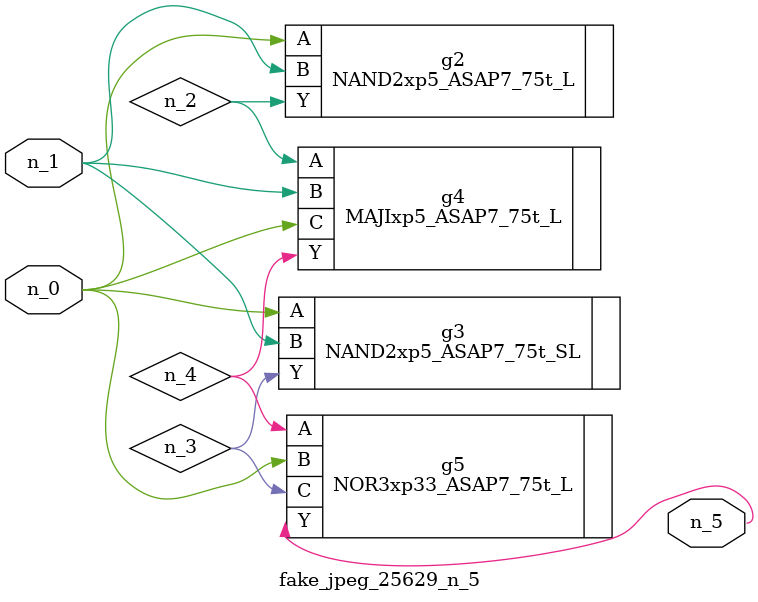
<source format=v>
module fake_jpeg_25629_n_5 (n_0, n_1, n_5);

input n_0;
input n_1;

output n_5;

wire n_3;
wire n_2;
wire n_4;

NAND2xp5_ASAP7_75t_L g2 ( 
.A(n_0),
.B(n_1),
.Y(n_2)
);

NAND2xp5_ASAP7_75t_SL g3 ( 
.A(n_0),
.B(n_1),
.Y(n_3)
);

MAJIxp5_ASAP7_75t_L g4 ( 
.A(n_2),
.B(n_1),
.C(n_0),
.Y(n_4)
);

NOR3xp33_ASAP7_75t_L g5 ( 
.A(n_4),
.B(n_0),
.C(n_3),
.Y(n_5)
);


endmodule
</source>
